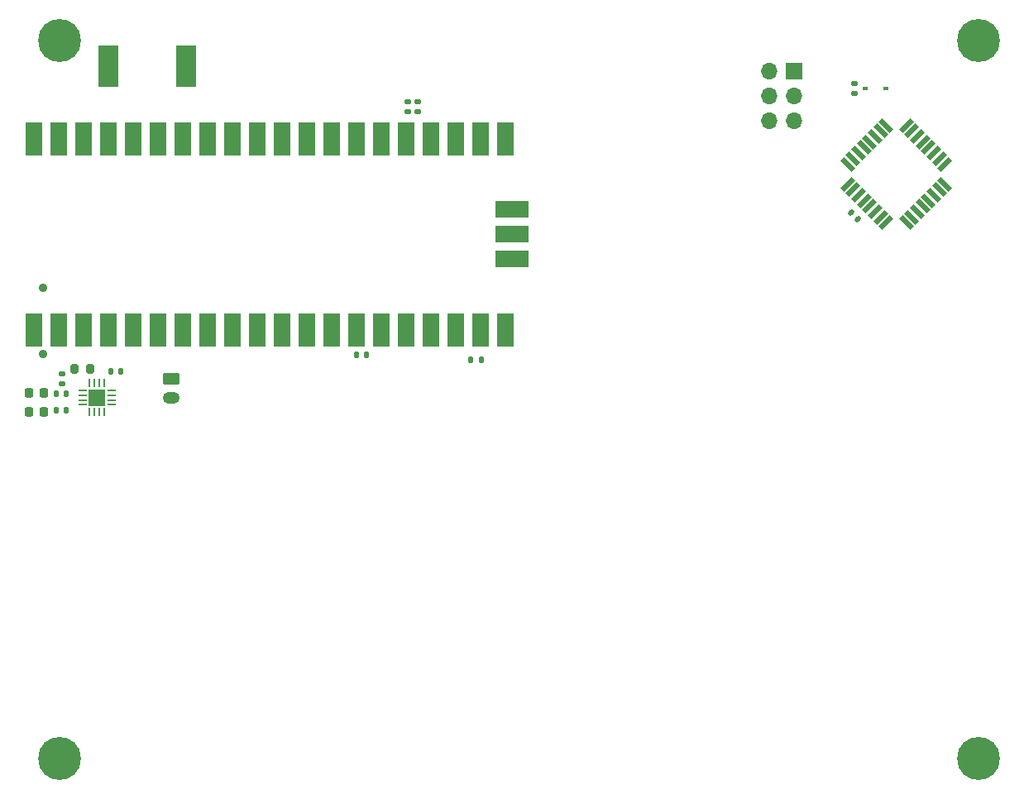
<source format=gbr>
%TF.GenerationSoftware,KiCad,Pcbnew,(6.0.0)*%
%TF.CreationDate,2022-10-15T12:08:06+11:00*%
%TF.ProjectId,c64pico,63363470-6963-46f2-9e6b-696361645f70,rev?*%
%TF.SameCoordinates,Original*%
%TF.FileFunction,Soldermask,Bot*%
%TF.FilePolarity,Negative*%
%FSLAX46Y46*%
G04 Gerber Fmt 4.6, Leading zero omitted, Abs format (unit mm)*
G04 Created by KiCad (PCBNEW (6.0.0)) date 2022-10-15 12:08:06*
%MOMM*%
%LPD*%
G01*
G04 APERTURE LIST*
G04 Aperture macros list*
%AMRoundRect*
0 Rectangle with rounded corners*
0 $1 Rounding radius*
0 $2 $3 $4 $5 $6 $7 $8 $9 X,Y pos of 4 corners*
0 Add a 4 corners polygon primitive as box body*
4,1,4,$2,$3,$4,$5,$6,$7,$8,$9,$2,$3,0*
0 Add four circle primitives for the rounded corners*
1,1,$1+$1,$2,$3*
1,1,$1+$1,$4,$5*
1,1,$1+$1,$6,$7*
1,1,$1+$1,$8,$9*
0 Add four rect primitives between the rounded corners*
20,1,$1+$1,$2,$3,$4,$5,0*
20,1,$1+$1,$4,$5,$6,$7,0*
20,1,$1+$1,$6,$7,$8,$9,0*
20,1,$1+$1,$8,$9,$2,$3,0*%
%AMRotRect*
0 Rectangle, with rotation*
0 The origin of the aperture is its center*
0 $1 length*
0 $2 width*
0 $3 Rotation angle, in degrees counterclockwise*
0 Add horizontal line*
21,1,$1,$2,0,0,$3*%
G04 Aperture macros list end*
%ADD10C,4.400000*%
%ADD11C,0.900000*%
%ADD12RoundRect,0.135000X-0.135000X-0.185000X0.135000X-0.185000X0.135000X0.185000X-0.135000X0.185000X0*%
%ADD13R,2.000000X4.200000*%
%ADD14RoundRect,0.250000X-0.625000X0.350000X-0.625000X-0.350000X0.625000X-0.350000X0.625000X0.350000X0*%
%ADD15O,1.750000X1.200000*%
%ADD16R,1.700000X1.700000*%
%ADD17O,1.700000X1.700000*%
%ADD18RoundRect,0.218750X-0.218750X-0.256250X0.218750X-0.256250X0.218750X0.256250X-0.218750X0.256250X0*%
%ADD19R,1.700000X3.500000*%
%ADD20R,3.500000X1.700000*%
%ADD21RoundRect,0.062500X0.350000X0.062500X-0.350000X0.062500X-0.350000X-0.062500X0.350000X-0.062500X0*%
%ADD22RoundRect,0.062500X0.062500X0.350000X-0.062500X0.350000X-0.062500X-0.350000X0.062500X-0.350000X0*%
%ADD23R,1.680000X1.680000*%
%ADD24R,0.600000X0.450000*%
%ADD25RoundRect,0.140000X0.170000X-0.140000X0.170000X0.140000X-0.170000X0.140000X-0.170000X-0.140000X0*%
%ADD26RoundRect,0.140000X-0.170000X0.140000X-0.170000X-0.140000X0.170000X-0.140000X0.170000X0.140000X0*%
%ADD27RoundRect,0.135000X0.135000X0.185000X-0.135000X0.185000X-0.135000X-0.185000X0.135000X-0.185000X0*%
%ADD28RoundRect,0.200000X-0.200000X-0.275000X0.200000X-0.275000X0.200000X0.275000X-0.200000X0.275000X0*%
%ADD29RoundRect,0.135000X-0.185000X0.135000X-0.185000X-0.135000X0.185000X-0.135000X0.185000X0.135000X0*%
%ADD30RoundRect,0.135000X0.185000X-0.135000X0.185000X0.135000X-0.185000X0.135000X-0.185000X-0.135000X0*%
%ADD31RotRect,1.600000X0.550000X45.000000*%
%ADD32RotRect,1.600000X0.550000X315.000000*%
%ADD33RoundRect,0.140000X0.219203X0.021213X0.021213X0.219203X-0.219203X-0.021213X-0.021213X-0.219203X0*%
G04 APERTURE END LIST*
D10*
%TO.C,H1*%
X39350000Y-63450000D03*
%TD*%
%TO.C,H3*%
X39350000Y-136950000D03*
%TD*%
%TO.C,H4*%
X133350000Y-136950000D03*
%TD*%
D11*
%TO.C,SW71*%
X37600000Y-95550000D03*
X37600000Y-88750000D03*
%TD*%
D10*
%TO.C,H2*%
X133350000Y-63450000D03*
%TD*%
D12*
%TO.C,R3*%
X38940000Y-99650000D03*
X39960000Y-99650000D03*
%TD*%
D13*
%TO.C,LS1*%
X44300000Y-66050000D03*
X52300000Y-66050000D03*
%TD*%
D14*
%TO.C,BT1*%
X50750000Y-98050000D03*
D15*
X50750000Y-100050000D03*
%TD*%
D16*
%TO.C,J3*%
X114525001Y-66625000D03*
D17*
X111985001Y-66625000D03*
X114525001Y-69165000D03*
X111985001Y-69165000D03*
X114525001Y-71705000D03*
X111985001Y-71705000D03*
%TD*%
D18*
%TO.C,D1*%
X36174999Y-99500000D03*
X37749999Y-99500000D03*
%TD*%
D19*
%TO.C,U3*%
X36725000Y-73510000D03*
X39265000Y-73510000D03*
X41805000Y-73510000D03*
X44345000Y-73510000D03*
X46885000Y-73510000D03*
X49425000Y-73510000D03*
X51965000Y-73510000D03*
X54505000Y-73510000D03*
X57045000Y-73510000D03*
X59585000Y-73510000D03*
X62125000Y-73510000D03*
X64665000Y-73510000D03*
X67205000Y-73510000D03*
X69745000Y-73510000D03*
X72285000Y-73510000D03*
X74825000Y-73510000D03*
X77365000Y-73510000D03*
X79905000Y-73510000D03*
X82445000Y-73510000D03*
X84985000Y-73510000D03*
X84985000Y-93090000D03*
X82445000Y-93090000D03*
X79905000Y-93090000D03*
X77365000Y-93090000D03*
X74825000Y-93090000D03*
X72285000Y-93090000D03*
X69745000Y-93090000D03*
X67205000Y-93090000D03*
X64665000Y-93090000D03*
X62125000Y-93090000D03*
X59585000Y-93090000D03*
X57045000Y-93090000D03*
X54505000Y-93090000D03*
X51965000Y-93090000D03*
X49425000Y-93090000D03*
X46885000Y-93090000D03*
X44345000Y-93090000D03*
X41805000Y-93090000D03*
X39265000Y-93090000D03*
X36725000Y-93090000D03*
D20*
X85655000Y-80760000D03*
X85655000Y-83300000D03*
X85655000Y-85840000D03*
%TD*%
D21*
%TO.C,U2*%
X44612500Y-99250000D03*
X44612500Y-99750000D03*
X44612500Y-100250000D03*
X44612500Y-100750000D03*
D22*
X43900000Y-101462500D03*
X43400000Y-101462500D03*
X42900000Y-101462500D03*
X42400000Y-101462500D03*
D21*
X41687500Y-100750000D03*
X41687500Y-100250000D03*
X41687500Y-99750000D03*
X41687500Y-99250000D03*
D22*
X42400000Y-98537500D03*
X42900000Y-98537500D03*
X43400000Y-98537500D03*
X43900000Y-98537500D03*
D23*
X43150000Y-100000000D03*
%TD*%
D24*
%TO.C,D3*%
X123900000Y-68350000D03*
X121800000Y-68350000D03*
%TD*%
D18*
%TO.C,D2*%
X36156786Y-101450000D03*
X37731786Y-101450000D03*
%TD*%
D25*
%TO.C,C1*%
X39600000Y-98580000D03*
X39600000Y-97620000D03*
%TD*%
D26*
%TO.C,C2*%
X75000000Y-69740000D03*
X75000000Y-70700000D03*
%TD*%
D27*
%TO.C,R2*%
X45610000Y-97350000D03*
X44590000Y-97350000D03*
%TD*%
D28*
%TO.C,R1*%
X40825000Y-97050000D03*
X42475000Y-97050000D03*
%TD*%
D29*
%TO.C,R5*%
X120650000Y-67840000D03*
X120650000Y-68860000D03*
%TD*%
D30*
%TO.C,R10*%
X76000000Y-70760000D03*
X76000000Y-69740000D03*
%TD*%
D27*
%TO.C,R12*%
X70760000Y-95600000D03*
X69740000Y-95600000D03*
%TD*%
D12*
%TO.C,R11*%
X81440000Y-96100000D03*
X82460000Y-96100000D03*
%TD*%
%TO.C,R4*%
X38940000Y-101300000D03*
X39960000Y-101300000D03*
%TD*%
D31*
%TO.C,U1*%
X123925116Y-82126966D03*
X123359431Y-81561280D03*
X122793745Y-80995595D03*
X122228060Y-80429910D03*
X121662374Y-79864224D03*
X121096689Y-79298539D03*
X120531004Y-78732853D03*
X119965318Y-78167168D03*
D32*
X119965318Y-76116558D03*
X120531004Y-75550873D03*
X121096689Y-74985187D03*
X121662374Y-74419502D03*
X122228060Y-73853816D03*
X122793745Y-73288131D03*
X123359431Y-72722446D03*
X123925116Y-72156760D03*
D31*
X125975726Y-72156760D03*
X126541411Y-72722446D03*
X127107097Y-73288131D03*
X127672782Y-73853816D03*
X128238468Y-74419502D03*
X128804153Y-74985187D03*
X129369838Y-75550873D03*
X129935524Y-76116558D03*
D32*
X129935524Y-78167168D03*
X129369838Y-78732853D03*
X128804153Y-79298539D03*
X128238468Y-79864224D03*
X127672782Y-80429910D03*
X127107097Y-80995595D03*
X126541411Y-81561280D03*
X125975726Y-82126966D03*
%TD*%
D33*
%TO.C,C3*%
X120989411Y-81739411D03*
X120310589Y-81060589D03*
%TD*%
M02*

</source>
